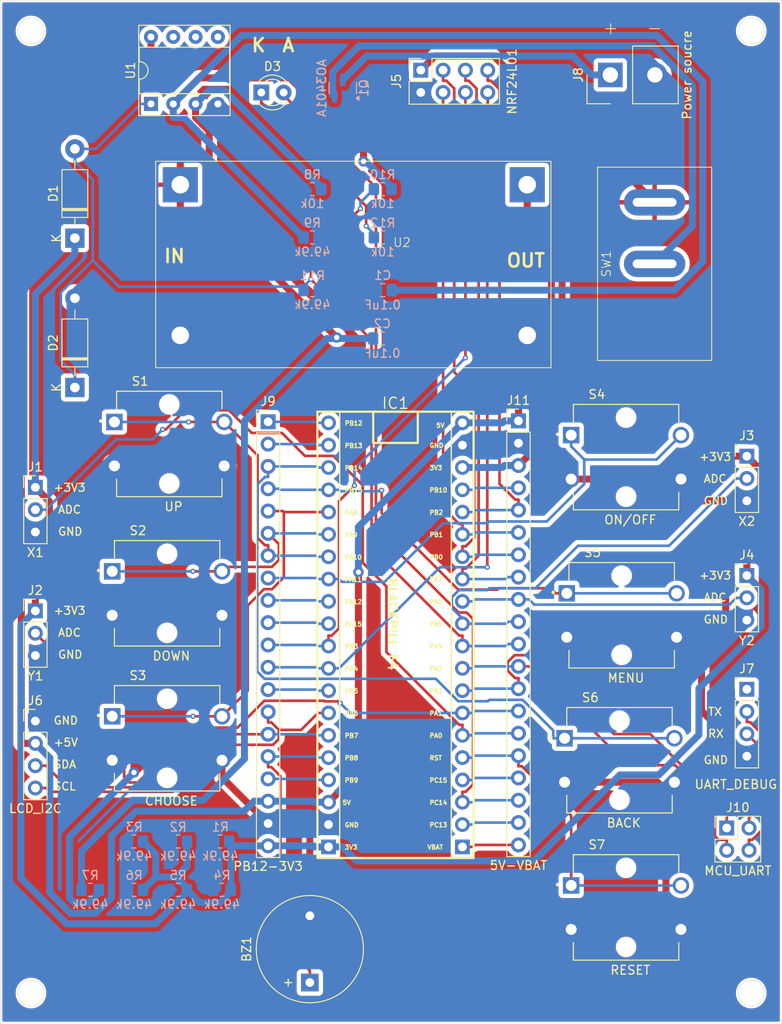
<source format=kicad_pcb>
(kicad_pcb (version 20240108) (generator "pcbnew") (generator_version "8.0")
  (layers (0 "F.Cu" signal) (31 "B.Cu" signal) (34 "B.Paste" user) (35 "F.Paste" user) (36 "B.SilkS" user "B.Silkscreen") (37 "F.SilkS" user "F.Silkscreen") (38 "B.Mask" user) (39 "F.Mask" user) (44 "Edge.Cuts" user))
  (net 0 "")
  (net 1 "Net-(U1A--)")
  (net 2 "GND")
  (net 3 "Net-(U1A-+)")
  (net 4 "/Voltage")
  (net 5 "+3V3")
  (net 6 "/LED")
  (net 7 "Net-(D3-K)")
  (net 8 "/UP")
  (net 9 "/MCU_TX")
  (net 10 "/IRQ")
  (net 11 "Net-(J11-Pin_19)")
  (net 12 "/SCL")
  (net 13 "/Joystick1B")
  (net 14 "/MOSI")
  (net 15 "Net-(J9-Pin_2)")
  (net 16 "Net-(J11-Pin_17)")
  (net 17 "/RESET")
  (net 18 "Net-(J9-Pin_1)")
  (net 19 "/SDA")
  (net 20 "Net-(J9-Pin_10)")
  (net 21 "Net-(J9-Pin_9)")
  (net 22 "/CHOOSE")
  (net 23 "/Joystick2A")
  (net 24 "/MENU")
  (net 25 "Net-(J9-Pin_17)")
  (net 26 "/Joystick2B")
  (net 27 "Net-(J11-Pin_4)")
  (net 28 "/CE")
  (net 29 "/DOWN")
  (net 30 "/Joystick1A")
  (net 31 "Net-(J11-Pin_20)")
  (net 32 "/MCU_RX")
  (net 33 "/SCK")
  (net 34 "/MISO")
  (net 35 "/CS")
  (net 36 "+5V")
  (net 37 "/ON{slash}OFF")
  (net 38 "Net-(J9-Pin_13)")
  (net 39 "/BACK")
  (net 41 "/TX")
  (net 42 "/RX")
  (net 43 "Net-(J8-Pin_1)")
  (net 44 "+12V")
  (net 48 "Net-(Q1-S)")
  (net 49 "/BUZZER")
  (footprint "Diode_THT:D_DO-41_SOD81_P10.16mm_Horizontal" (layer "F.Cu") (at 192.5 117.58 90)
    (property "Reference" "D2")
    (property "Value" "1N4007")
  )
  (footprint "Connector_PinHeader_2.54mm:PinHeader_1x04_P2.54mm_Vertical" (layer "F.Cu") (at 269 151.92)
    (property "Reference" "J7")
    (property "Value" "UART_DEBUG")
  )
  (footprint "B3F-4055:SW_B3F-4055" (layer "F.Cu") (at 254.75 143.5)
    (property "Reference" "S5")
    (property "Value" "MENU")
  )
  (footprint "Connector_PinHeader_2.54mm:PinHeader_1x03_P2.54mm_Vertical" (layer "F.Cu") (at 188 143)
    (property "Reference" "J2")
    (property "Value" "Y1")
  )
  (footprint "EasyEDABlackpill:BLACKPILLF4" (layer "F.Cu") (at 229 147)
    (property "Reference" "IC1")
    (property "Value" "BLACKPILLF4")
  )
  (footprint "B3F-4055:SW_B3F-4055" (layer "F.Cu") (at 255.25 176.75)
    (property "Reference" "S7")
    (property "Value" "RESET")
  )
  (footprint "B3F-4055:SW_B3F-4055" (layer "F.Cu") (at 203 157.5)
    (property "Reference" "S3")
    (property "Value" "CHOOSE")
  )
  (footprint "LED_THT:LED_D3.0mm" (layer "F.Cu") (at 213.725 84)
    (property "Reference" "D3")
    (property "Value" "LED")
  )
  (footprint "Connector_PinHeader_2.54mm:PinHeader_2x02_P2.54mm_Vertical" (layer "F.Cu") (at 266.71 167.71)
    (property "Reference" "J10")
    (property "Value" "MCU_UART")
  )
  (footprint "Connector_Samtec_HPM_THT:Samtec_HPM-02-01-x-S_Straight_1x02_Pitch5.08mm" (layer "F.Cu") (at 253.455 82 90)
    (property "Reference" "J8")
    (property "Value" "Power soucre")
  )
  (footprint "Connector_PinHeader_2.54mm:PinHeader_1x03_P2.54mm_Vertical" (layer "F.Cu") (at 188 128.945)
    (property "Reference" "J1")
    (property "Value" "X1")
  )
  (footprint "lm2596_footprint:LM2596_Module" (layer "F.Cu") (at 223.7 102.825)
    (property "Reference" "U2")
    (property "Value" "~")
  )
  (footprint "Buzzer_Beeper:Buzzer_12x9.5RM7.6" (layer "F.Cu") (at 219.25 185.3 90)
    (property "Reference" "BZ1")
    (property "Value" "Buzzer")
  )
  (footprint "Connector_PinHeader_2.54mm:PinHeader_1x03_P2.54mm_Vertical" (layer "F.Cu") (at 269 125.395)
    (property "Reference" "J3")
    (property "Value" "X2")
  )
  (footprint "Connector_PinHeader_2.54mm:PinHeader_1x03_P2.54mm_Vertical" (layer "F.Cu") (at 269 138.975)
    (property "Reference" "J4")
    (property "Value" "Y2")
  )
  (footprint "Switch_6A:Switch_6A_21x22x15custom" (layer "F.Cu") (at 253.5 103.5 90)
    (property "Reference" "SW1")
    (property "Value" "SW_SPST")
  )
  (footprint "Connector_PinSocket_2.54mm:PinSocket_2x04_P2.54mm_Vertical" (layer "F.Cu") (at 231.88 81.46 90)
    (property "Reference" "J5")
    (property "Value" "NRF24L01")
  )
  (footprint "B3F-4055:SW_B3F-4055" (layer "F.Cu") (at 203 141)
    (property "Reference" "S2")
    (property "Value" "DOWN")
  )
  (footprint "B3F-4055:SW_B3F-4055" (layer "F.Cu") (at 254.5 160)
    (property "Reference" "S6")
    (property "Value" "BACK")
  )
  (footprint "B3F-4055:SW_B3F-4055" (layer "F.Cu") (at 203.25 124)
    (property "Reference" "S1")
    (property "Value" "UP")
  )
  (footprint "B3F-4055:SW_B3F-4055" (layer "F.Cu") (at 255.25 125.5)
    (property "Reference" "S4")
    (property "Value" "ON/OFF")
  )
  (footprint "Connector_PinHeader_2.54mm:PinHeader_1x20_P2.54mm_Vertical" (layer "F.Cu") (at 214.5 121.48)
    (property "Reference" "J9")
    (property "Value" "PB12-3V3")
  )
  (footprint "Connector_PinHeader_2.54mm:PinHeader_1x04_P2.54mm_Vertical" (layer "F.Cu") (at 188 155.54)
    (property "Reference" "J6")
    (property "Value" "LCD_I2C")
  )
  (footprint "Package_DIP:DIP-8_W7.62mm_Socket" (layer "F.Cu") (at 201.16 85.3 90)
    (property "Reference" "U1")
    (property "Value" "LM358")
  )
  (footprint "Diode_THT:D_DO-41_SOD81_P10.16mm_Horizontal" (layer "F.Cu") (at 192.5 100.58 90)
    (property "Reference" "D1")
    (property "Value" "1N4007")
  )
  (footprint "Connector_PinHeader_2.54mm:PinHeader_1x20_P2.54mm_Vertical" (layer "F.Cu") (at 243 121.375)
    (property "Reference" "J11")
    (property "Value" "5V-VBAT")
  )
  (footprint "Package_TO_SOT_SMD:SOT-23" (layer "B.Cu") (at 223 83.5 90)
    (property "Reference" "Q1")
    (property "Value" "AO3401A")
  )
  (footprint "Resistor_SMD:R_0805_2012Metric_Pad1.20x1.40mm_HandSolder" (layer "B.Cu") (at 194.25 174.75 180)
    (property "Reference" "R7")
    (property "Value" "49.9k")
  )
  (footprint "Capacitor_SMD:C_0805_2012Metric_Pad1.18x1.45mm_HandSolder" (layer "B.Cu") (at 227.5 112 180)
    (property "Reference" "C2")
    (property "Value" "0.1uF")
  )
  (footprint "Resistor_SMD:R_0805_2012Metric_Pad1.20x1.40mm_HandSolder" (layer "B.Cu") (at 204.25 174.75 180)
    (property "Reference" "R5")
    (property "Value" "49.9k")
  )
  (footprint "Resistor_SMD:R_0805_2012Metric_Pad1.20x1.40mm_HandSolder" (layer "B.Cu") (at 199.25 169.25 180)
    (property "Reference" "R3")
    (property "Value" "49.9k")
  )
  (footprint "Resistor_SMD:R_0805_2012Metric_Pad1.20x1.40mm_HandSolder" (layer "B.Cu") (at 219.5375 106.5 180)
    (property "Reference" "R11")
    (property "Value" "49.9k")
  )
  (footprint "Capacitor_SMD:C_0805_2012Metric_Pad1.18x1.45mm_HandSolder" (layer "B.Cu") (at 227.5375 106.5 180)
    (property "Reference" "C1")
    (property "Value" "0.1uF")
  )
  (footprint "Resistor_SMD:R_0805_2012Metric_Pad1.20x1.40mm_HandSolder" (layer "B.Cu") (at 204.25 169.25 180)
    (property "Reference" "R2")
    (property "Value" "49.9k")
  )
  (footprint "Resistor_SMD:R_0805_2012Metric_Pad1.20x1.40mm_HandSolder" (layer "B.Cu") (at 219.5375 95 180)
    (property "Reference" "R8")
    (property "Value" "10k")
  )
  (footprint "Resistor_SMD:R_0805_2012Metric_Pad1.20x1.40mm_HandSolder" (layer "B.Cu") (at 199.25 174.75 180)
    (property "Reference" "R6")
    (property "Value" "49.9k")
  )
  (footprint "Resistor_SMD:R_0805_2012Metric_Pad1.20x1.40mm_HandSolder" (layer "B.Cu") (at 227.5375 100.5 180)
    (property "Reference" "R12")
    (property "Value" "10k")
  )
  (footprint "Resistor_SMD:R_0805_2012Metric_Pad1.20x1.40mm_HandSolder" (layer "B.Cu") (at 209.25 174.75 180)
    (property "Reference" "R4")
    (property "Value" "49.9k")
  )
  (footprint "Resistor_SMD:R_0805_2012Metric_Pad1.20x1.40mm_HandSolder" (layer "B.Cu") (at 227.5375 95 180)
    (property "Reference" "R10")
    (property "Value" "10k")
  )
  (footprint "Resistor_SMD:R_0805_2012Metric_Pad1.20x1.40mm_HandSolder" (layer "B.Cu") (at 209.058 169.25 180)
    (property "Reference" "R1")
    (property "Value" "49.9k")
  )
  (footprint "Resistor_SMD:R_0805_2012Metric_Pad1.20x1.40mm_HandSolder" (layer "B.Cu") (at 219.5375 100.5 180)
    (property "Reference" "R9")
    (property "Value" "49.9k")
  )
  (gr_circle (center 269.5 77) (end 271 77) (stroke (width 0.05)) (fill none) (layer "Edge.Cuts"))
  (gr_rect (start 184 73.5) (end 273 190) (stroke (width 0.05)) (fill none) (layer "Edge.Cuts"))
  (gr_circle (center 187.5 77) (end 189 77) (stroke (width 0.05)) (fill none) (layer "Edge.Cuts"))
  (gr_circle (center 269.5 186.5) (end 271 186.5) (stroke (width 0.05)) (fill none) (layer "Edge.Cuts"))
  (gr_circle (center 187.5 186.5) (end 189 186.5) (stroke (width 0.05)) (fill none) (layer "Edge.Cuts"))
  (gr_text "ADC" (at 190.5 132 0) (layer "F.SilkS") (effects (font (size 0.9 0.9) (thickness 0.15) (bold yes)) (justify left bottom)))
  (gr_text "-" (at 257.5 77.5 0) (layer "F.SilkS") (effects (font (size 1.5 1.5) (thickness 0.1)) (justify left bottom)))
  (gr_text "A" (at 215.96 79.5 0) (layer "F.SilkS") (effects (font (size 1.5 1.5) (thickness 0.3) (bold yes)) (justify left bottom)))
  (gr_text "IN" (at 202.5 103.5 0) (layer "F.SilkS") (effects (font (size 1.5 1.5) (thickness 0.3) (bold yes)) (justify left bottom)))
  (gr_text "K" (at 212.46 79.5 0) (layer "F.SilkS") (effects (font (size 1.5 1.5) (thickness 0.3) (bold yes)) (justify left bottom)))
  (gr_text "TX" (at 264.5 155 0) (layer "F.SilkS") (effects (font (size 0.9 0.9) (thickness 0.15) (bold yes)) (justify left bottom)))
  (gr_text "GND" (at 190 156 0) (layer "F.SilkS") (effects (font (size 0.9 0.9) (thickness 0.15) (bold yes)) (justify left bottom)))
  (gr_text "+3V3" (at 263.5 126 0) (layer "F.SilkS") (effects (font (size 0.9 0.9) (thickness 0.15) (bold yes)) (justify left bottom)))
  (gr_text "+3V3" (at 190 143.5 0) (layer "F.SilkS") (effects (font (size 0.9 0.9) (thickness 0.15) (bold yes)) (justify left bottom)))
  (gr_text "SDA" (at 190 161 0) (layer "F.SilkS") (effects (font (size 0.9 0.9) (thickness 0.15) (bold yes)) (justify left bottom)))
  (gr_text "ADC" (at 264 142 0) (layer "F.SilkS") (effects (font (size 0.9 0.9) (thickness 0.15) (bold yes)) (justify left bottom)))
  (gr_text "RX" (at 264.5 157.5 0) (layer "F.SilkS") (effects (font (size 0.9 0.9) (thickness 0.15) (bold yes)) (justify left bottom)))
  (gr_text "GND" (at 190.5 148.5 0) (layer "F.SilkS") (effects (font (size 0.9 0.9) (thickness 0.15) (bold yes)) (justify left bottom)))
  (gr_text "+5V" (at 190 158.5 0) (layer "F.SilkS") (effects (font (size 0.9 0.9) (thickness 0.15) (bold yes)) (justify left bottom)))
  (gr_text "+3V3" (at 190 129.5 0) (layer "F.SilkS") (effects (font (size 0.9 0.9) (thickness 0.15) (bold yes)) (justify left bottom)))
  (gr_text "ADC" (at 190.5 146 0) (layer "F.SilkS") (effects (font (size 0.9 0.9) (thickness 0.15) (bold yes)) (justify left bottom)))
  (gr_text "SCL" (at 190 163.5 0) (layer "F.SilkS") (effects (font (size 0.9 0.9) (thickness 0.15) (bold yes)) (justify left bottom)))
  (gr_text "ADC" (at 264 128.5 0) (layer "F.SilkS") (effects (font (size 0.9 0.9) (thickness 0.15) (bold yes)) (justify left bottom)))
  (gr_text "+3V3" (at 263.5 139.5 0) (layer "F.SilkS") (effects (font (size 0.9 0.9) (thickness 0.15) (bold yes)) (justify left bottom)))
  (gr_text "GND" (at 264 131 0) (layer "F.SilkS") (effects (font (size 0.9 0.9) (thickness 0.15) (bold yes)) (justify left bottom)))
  (gr_text "GND" (at 264 160.5 0) (layer "F.SilkS") (effects (font (size 0.9 0.9) (thickness 0.15) (bold yes)) (justify left bottom)))
  (gr_text "GND" (at 264 144.5 0) (layer "F.SilkS") (effects (font (size 0.9 0.9) (thickness 0.15) (bold yes)) (justify left bottom)))
  (gr_text "GND" (at 190.5 134.5 0) (layer "F.SilkS") (effects (font (size 0.9 0.9) (thickness 0.15) (bold yes)) (justify left bottom)))
  (gr_text "OUT" (at 241.5 104 0) (layer "F.SilkS") (effects (font (size 1.5 1.5) (thickness 0.3) (bold yes)) (justify left bottom)))
  (gr_text "+" (at 252.5 77.5 0) (layer "F.SilkS") (effects (font (size 1.5 1.5) (thickness 0.1)) (justify left bottom)))
  (segment (start 203.7 85.3) (end 206.6605 82.3395) (width 0.8) (layer "F.Cu") (net 1))
  (segment (start 216.9614 82.3395) (end 225.3601 90.7382) (width 0.8) (layer "F.Cu") (net 1))
  (segment (start 225.3601 90.7382) (end 225.3601 91.8477) (width 0.8) (layer "F.Cu") (net 1))
  (segment (start 206.6605 82.3395) (end 216.9614 82.3395) (width 0.8) (layer "F.Cu") (net 1))
  (via (at 225.3601 91.8477) (size 1.2) (drill 0.6) (layers "F.Cu" "B.Cu") (net 1))
  (segment (start 204.8892 86.8517) (end 218.5375 100.5) (width 0.8) (layer "B.Cu") (net 1))
  (segment (start 203.7 86.8517) (end 204.8892 86.8517) (width 0.8) (layer "B.Cu") (net 1))
  (segment (start 260.7242 106.5) (end 263.9945 103.2297) (width 0.8) (layer "B.Cu") (net 1))
  (segment (start 225.6312 91.8477) (end 228.5375 94.754) (width 0.8) (layer "B.Cu") (net 1))
  (segment (start 228.575 106.5) (end 260.7242 106.5) (width 0.8) (layer "B.Cu") (net 1))
  (segment (start 211.4801 77.5199) (end 203.7 85.3) (width 0.8) (layer "B.Cu") (net 1))
  (segment (start 263.9945 103.2297) (end 263.9945 82.7655) (width 0.8) (layer "B.Cu") (net 1))
  (segment (start 258.7489 77.5199) (end 211.4801 77.5199) (width 0.8) (layer "B.Cu") (net 1))
  (segment (start 203.7 85.3) (end 203.7 86.8517) (width 0.8) (layer "B.Cu") (net 1))
  (segment (start 263.9945 82.7655) (end 258.7489 77.5199) (width 0.8) (layer "B.Cu") (net 1))
  (segment (start 228.5375 94.754) (end 228.5375 95) (width 0.8) (layer "B.Cu") (net 1))
  (segment (start 225.3601 91.8477) (end 225.6312 91.8477) (width 0.8) (layer "B.Cu") (net 1))
  (segment (start 259.7891 177.5391) (end 250.7109 177.5391) (width 0.8) (layer "F.Cu") (net 2))
  (segment (start 269 130.475) (end 266.5922 130.475) (width 0.8) (layer "F.Cu") (net 2))
  (segment (start 250.7109 177.5391) (end 249 179.25) (width 0.8) (layer "F.Cu") (net 2))
  (segment (start 219.25 177.7) (end 219.25 167.8603) (width 0.8) (layer "F.Cu") (net 2))
  (segment (start 266.5922 143.2488) (end 263.841 146) (width 0.8) (layer "F.Cu") (net 2))
  (segment (start 249 128) (end 261.5 128) (width 0.8) (layer "F.Cu") (net 2))
  (segment (start 269 144.055) (end 267.3983 144.055) (width 0.8) (layer "F.Cu") (net 2))
  (segment (start 263.841 146) (end 261 146) (width 0.8) (layer "F.Cu") (net 2))
  (segment (start 263.975 130.475) (end 261.5 128) (width 0.8) (layer "F.Cu") (net 2))
  (segment (start 209.25 161.95) (end 214.5 167.2) (width 0.8) (layer "F.Cu") (net 2))
  (segment (start 259.7891 177.5391) (end 261.5 179.25) (width 0.8) (layer "F.Cu") (net 2))
  (segment (start 266.5922 130.475) (end 263.975 130.475) (width 0.8) (layer "F.Cu") (net 2))
  (segment (start 209.25 160) (end 209.25 161.95) (width 0.8) (layer "F.Cu") (net 2))
  (segment (start 269 159.54) (end 263.841 154.381) (width 0.8) (layer "F.Cu") (net 2))
  (segment (start 221.38 167.32) (end 219.7903 167.32) (width 0.8) (layer "F.Cu") (net 2))
  (segment (start 266.5922 143.2488) (end 267.3983 144.055) (width 0.8) (layer "F.Cu") (net 2))
  (segment (start 259.7891 163.4609) (end 259.7891 177.5391) (width 0.8) (layer "F.Cu") (net 2))
  (segment (start 260.75 162.5) (end 259.7891 163.4609) (width 0.8) (layer "F.Cu") (net 2))
  (segment (start 258.8282 162.5) (end 248.25 162.5) (width 0.8) (layer "F.Cu") (net 2))
  (segment (start 266.5922 130.475) (end 266.5922 143.2488) (width 0.8) (layer "F.Cu") (net 2))
  (segment (start 263.841 154.381) (end 263.841 146) (width 0.8) (layer "F.Cu") (net 2))
  (segment (start 259.7891 163.4609) (end 258.8282 162.5) (width 0.8) (layer "F.Cu") (net 2))
  (segment (start 219.25 167.8603) (end 219.7903 167.32) (width 0.8) (layer "F.Cu") (net 2))
  (segment (start 201.7799 176.2201) (end 203.25 174.75) (width 0.8) (layer "B.Cu") (net 2))
  (segment (start 209.8194 167.2) (end 214.5 167.2) (width 0.8) (layer "B.Cu") (net 2))
  (segment (start 203.25 168.9813) (end 203.25 169.25) (width 0.8) (layer "B.Cu") (net 2))
  (segment (start 207 126.5) (end 209.5 126.5) (width 0.8) (layer "B.Cu") (net 2))
  (segment (start 198.25 169.25) (end 198.25 174.75) (width 0.8) (layer "B.Cu") (net 2))
  (segment (start 199.459 167.7924) (end 202.0611 167.7924) (width 0.8) (layer "B.Cu") (net 2))
  (segment (start 236.845 123.915) (end 236.62 124.14) (width 0.8) (layer "B.Cu") (net 2))
  (segment (start 198.25 169.0014) (end 199.459 167.7924) (width 0.8) (layer "B.Cu") (net 2))
  (segment (start 244.6 122.975) (end 243.66 123.915) (width 0.8) (layer "B.Cu") (net 2))
  (segment (start 208.058 174.558) (end 208.058 169.25) (width 0.8) (layer "B.Cu") (net 2))
  (segment (start 226.5 106.5) (end 226.5 109.5) (width 0.8) (layer "B.Cu") (net 2))
  (segment (start 207 143.5) (end 207 160) (width 0.8) (layer "B.Cu") (net 2))
  (segment (start 228.892 111.645) (end 243.997 111.645) (width 0.8) (layer "B.Cu") (net 2))
  (segment (start 260.75 162.5) (end 264.4383 162.5) (width 0.8) (layer "B.Cu") (net 2))
  (segment (start 231.88 84) (end 231.88 89.5) (width 0.8) (layer "B.Cu") (net 2))
  (segment (start 219.6703 167.2) (end 219.7903 167.32) (width 0.8) (layer "B.Cu") (net 2))
  (segment (start 222.1684 98.8694) (end 218.538 95.239) (width 0.8) (layer "B.Cu") (net 2))
  (segment (start 196.75 160) (end 194 157.25) (width 0.8) (layer "B.Cu") (net 2))
  (segment (start 209.25 143.5) (end 207 143.5) (width 0.8) (layer "B.Cu") (net 2))
  (segment (start 198.25 174.75) (end 198.25 174.9761) (width 0.8) (layer "B.Cu") (net 2))
  (segment (start 228.538 111.769) (end 228.5375 111.7695) (width 0.8) (layer "B.Cu") (net 2))
  (segment (start 207 143.5) (end 207 126.5) (width 0.8) (layer "B.Cu") (net 2))
  (segment (start 208.25 174.75) (end 208.058 174.558) (width 0.8) (layer "B.Cu") (net 2))
  (segment (start 218.5375 95) (end 218.538 95) (width 0.8) (layer "B.Cu") (net 2))
  (segment (start 209.25 160) (end 207 160) (width 0.8) (layer "B.Cu") (net 2))
  (segment (start 206.5 126) (end 207 126.5) (width 0.8) (layer "B.Cu") (net 2))
  (segment (start 208.058 168.9614) (end 206.8907 167.7941) (width 0.8) (layer "B.Cu") (net 2))
  (segment (start 269 159.54) (end 267.3983 159.54) (width 0.8) (layer "B.Cu") (net 2))
  (segment (start 226.5 109.5) (end 228.538 111.538) (width 0.8) (layer "B.Cu") (net 2))
  (segment (start 189.475 134.025) (end 188 134.025) (width 0.8) (layer "B.Cu") (net 2))
  (segment (start 228.5375 111.7695) (end 228.5375 112) (width 0.8) (layer "B.Cu") (net 2))
  (segment (start 220.538 100.5) (end 220.538 106.5) (width 0.8) (layer "B.Cu") (net 2))
  (segment (start 243 123.915) (end 244.915 123.915) (width 0.8) (layer "B.Cu") (net 2))
  (segment (start 194 156.5) (end 193.04 155.54) (width 0.8) (layer "B.Cu") (net 2))
  (segment (start 196.75 143.5) (end 196.75 145.75) (width 0.8) (layer "B.Cu") (net 2))
  (segment (start 218.538 95.239) (end 218.538 95) (width 0.8) (layer "B.Cu") (net 2))
  (segment (start 198.25 169.25) (end 198.25 169.0014) (width 0.8) (layer "B.Cu") (net 2))
  (segment (start 214.5 167.2) (end 219.6703 167.2) (width 0.8) (layer "B.Cu") (net 2))
  (segment (start 218.48 95) (end 218.5375 95) (width 0.8) (layer "B.Cu") (net 2))
  (segment (start 202.0611 167.7924) (end 203.25 168.9813) (width 0.8) (layer "B.Cu") (net 2))
  (segment (start 258.535 82) (end 251.035 89.5) (width 0.8) (layer "B.Cu") (net 2))
  (segment (start 228.538 112) (end 228.892 111.645) (width 0.8) (layer "B.Cu") (net 2))
  (segment (start 221.38 167.32) (end 219.7903 167.32) (width 0.8) (layer "B.Cu") (net 2))
  (segment (start 228.5375 100.5) (end 228.538 100.5) (width 0.8) (layer "B.Cu") (net 2))
  (segment (start 244.6 112.248) (end 244.6 122.975) (width 0.8) (layer "B.Cu") (net 2))
  (segment (start 261 146) (end 248.5 146) (width 0.8) (layer "B.Cu") (net 2))
  (segment (start 228.538 100.5) (end 228.538 101.2) (width 0.8) (layer "B.Cu") (net 2))
  (segment (start 192.5 107.42) (end 197.5233 107.42) (width 0.8) (layer "B.Cu") (net 2))
  (segment (start 196.75 143.5) (end 207 143.5) (width 0.8) (layer "B.Cu") (net 2))
  (segment (start 228.538 111.538) (end 228.538 111.769) (width 0.8) (layer "B.Cu") (net 2))
  (segment (start 197.5233 107.42) (end 201.7483 111.645) (width 0.8) (layer "B.Cu") (net 2))
  (segment (start 223.95 84.4375) (end 223.95 97.0875) (width 0.8) (layer "B.Cu") (net 2))
  (segment (start 228.538 111.769) (end 228.538 112) (width 0.8) (layer "B.Cu") (net 2))
  (segment (start 264.4383 162.5) (end 267.3983 159.54) (width 0.8) (layer "B.Cu") (net 2))
  (segment (start 251.035 89.5) (end 231.88 89.5) (width 0.8) (layer "B.Cu") (net 2))
  (segment (start 194 157.25) (end 194 156.5) (width 0.8) (layer "B.Cu") (net 2))
  (segment (start 243.997 111.645) (end 244.6 112.248) (width 0.8) (layer "B.Cu") (net 2))
  (segment (start 204.5 111.645) (end 216.092 111.645) (width 0.8) (layer "B.Cu") (net 2))
  (segment (start 220.538 107.2) (end 220.538 106.5) (width 0.8) (layer "B.Cu") (net 2))
  (segment (start 208.78 85.3) (end 218.48 95) (width 0.8) (layer "B.Cu") (net 2))
  (segment (start 198.25 174.9761) (end 199.494 176.2201) (width 0.8) (layer "B.Cu") (net 2))
  (segment (start 206.8907 167.7941) (end 204.4372 167.7941) (width 0.8) (layer "B.Cu") (net 2))
  (segment (start 194.42 148.08) (end 188 148.08) (width 0.8) (layer "B.Cu") (net 2))
  (segment (start 208.058 168.9614) (end 209.8194 167.2) (width 0.8) (layer "B.Cu") (net 2))
  (segment (start 193.04 155.54) (end 188 155.54) (width 0.8) (layer "B.Cu") (net 2))
  (segment (start 204.5 111.645) (end 206.5 113.645) (width 0.8) (layer "B.Cu") (net 2))
  (segment (start 226.5 106.5) (end 220.538 106.5) (width 0.8) (layer "B.Cu") (net 2))
  (segment (start 222.1684 98.8694) (end 220.538 100.5) (width 0.8) (layer "B.Cu") (net 2))
  (segment (start 244.915 123.915) (end 249 128) (width 0.8) (layer "B.Cu") (net 2))
  (segment (start 228.538 101.2) (end 226.5 103.238) (width 0.8) (layer "B.Cu") (net 2))
  (segment (start 207 160) (end 196.75 160) (width 0.8) (layer "B.Cu") (net 2))
  (segment (start 196.75 145.75) (end 194.42 148.08) (width 0.8) (layer "B.Cu") (net 2))
  (segment (start 206.5 113.645) (end 206.5 126) (width 0.8) (layer "B.Cu") (net 2))
  (segment (start 231.88 97.1575) (end 228.538 100.5) (width 0.8) (layer "B.Cu") (net 2))
  (segment (start 231.88 89.5) (end 231.88 97.1575) (width 0.8) (layer "B.Cu") (net 2))
  (segment (start 220.5375 106.5) (end 220.538 106.5) (width 0.8) (layer "B.Cu") (net 2))
  (segment (start 204.5 111.645) (end 201.7483 111.645) (width 0.8) (layer "B.Cu") (net 2))
  (segment (start 220.5375 100.5) (end 220.538 100.5) (width 0.8) (layer "B.Cu") (net 2))
  (segment (start 243.66 123.915) (end 243 123.915) (width 0.8) (layer "B.Cu") (net 2))
  (segment (start 243 123.915) (end 236.845 123.915) (width 0.8) (layer "B.Cu") (net 2))
  (segment (start 197 126.5) (end 189.475 134.025) (width 0.8) (layer "B.Cu") (net 2))
  (segment (start 199.494 176.2201) (end 201.7799 176.2201) (width 0.8) (layer "B.Cu") (net 2))
  (segment (start 204.4372 167.7941) (end 203.25 168.9813) (width 0.8) (layer "B.Cu") (net 2))
  (segment (start 223.95 97.0875) (end 222.1684 98.8694) (width 0.8) (layer "B.Cu") (net 2))
  (segment (start 226.5 103.238) (end 226.5 106.5) (width 0.8) (layer "B.Cu") (net 2))
  (segment (start 197 126.5) (end 207 126.5) (width 0.8) (layer "B.Cu") (net 2))
  (segment (start 208.058 169.25) (end 208.058 168.9614) (width 0.8) (layer "B.Cu") (net 2))
  (segment (start 216.092 111.645) (end 220.538 107.2) (width 0.8) (layer "B.Cu") (net 2))
  (segment (start 207.7917 97.3713) (end 222.3059 111.8855) (width 0.8) (layer "F.Cu") (net 3))
  (segment (start 207.7917 88.4034) (end 207.7917 97.3713) (width 0.8) (layer "F.Cu") (net 3))
  (segment (start 206.24 85.3) (end 206.24 86.8517) (width 0.8) (layer "F.Cu") (net 3))
  (segment (start 206.24 86.8517) (end 207.7917 88.4034) (width 0.8) (layer "F.Cu") (net 3))
  (via (at 222.3059 111.8855) (size 1.2) (drill 0.6) (layers "F.Cu" "B.Cu") (net 3))
  (segment (start 211.8046 159.8415) (end 207.0931 164.553) (width 0.8) (layer "B.Cu") (net 3))
  (segment (start 207.8405 83.6995) (end 206.24 85.3) (width 0.8) (layer "B.Cu") (net 3))
  (segment (start 209.4608 83.6995) (end 207.8405 83.6995) (width 0.8) (layer "B.Cu") (net 3))
  (segment (start 221.21 112) (end 211.8046 121.4054) (width 0.8) (layer "B.Cu") (net 3))
  (segment (start 222.3059 112) (end 221.21 112) (width 0.8) (layer "B.Cu") (net 3))
  (segment (start 211.8046 121.4054) (end 211.8046 159.8415) (width 0.8) (layer "B.Cu") (net 3))
  (segment (start 207.0931 164.553) (end 199.0515 164.553) (width 0.8) (layer "B.Cu") (net 3))
  (segment (start 193.25 170.3545) (end 193.25 174.75) (width 0.8) (layer "B.Cu") (net 3))
  (segment (start 226.4625 112) (end 222.3059 112) (width 0.8) (layer "B.Cu") (net 3))
  (segment (start 220.5375 94.7762) (end 209.4608 83.6995) (width 0.8) (layer "B.Cu") (net 3))
  (segment (start 199.0515 164.553) (end 193.25 170.3545) (width 0.8) (layer "B.Cu") (net 3))
  (segment (start 222.3059 111.8855) (end 222.3059 112) (width 0.8) (layer "B.Cu") (net 3))
  (segment (start 220.5375 95) (end 220.5375 94.7762) (width 0.8) (layer "B.Cu") (net 3))
  (segment (start 236.62 147) (end 236.62 145.8103) (width 0.3) (layer "F.Cu") (net 4))
  (segment (start 219.3636 102.8677) (end 219.3636 105.2626) (width 0.3) (layer "F.Cu") (net 4))
  (segment (start 225.0107 97.2206) (end 219.3636 102.8677) (width 0.3) (layer "F.Cu") (net 4))
  (segment (start 236.2502 145.8103) (end 226.2742 135.8343) (width 0.3) (layer "F.Cu") (net 4))
  (segment (start 226.2742 135.8343) (end 226.2742 112.1732) (width 0.3) (layer "F.Cu") (net 4))
  (segment (start 236.62 145.8103) (end 236.2502 145.8103) (width 0.3) (layer "F.Cu") (net 4))
  (segment (start 226.2742 112.1732) (end 219.3636 105.2626) (width 0.3) (layer "F.Cu") (net 4))
  (via (at 219.3636 105.2626) (size 0.6) (drill 0.3) (layers "F.Cu" "B.Cu") (net 4))
  (via (at 225.0107 97.2206) (size 0.6) (drill 0.3) (layers "F.Cu" "B.Cu") (net 4))
  (segment (start 225.0107 96.5268) (end 225.0107 97.2206) (width 0.3) (layer "B.Cu") (net 4))
  (segment (start 190.8982 114.5265) (end 192.5 116.1283) (width 0.3) (layer "B.Cu") (net 4))
  (segment (start 218.5375 106.5) (end 218.5375 106.0887) (width 0.3) (layer "B.Cu") (net 4))
  (segment (start 226.5375 95) (end 225.0107 96.5268) (width 0.3) (layer "B.Cu") (net 4))
  (segment (start 192.5 91.8717) (end 194.5386 93.9103) (width 0.3) (layer "B.Cu") (net 4))
  (segment (start 218.5375 106.0887) (end 197.5159 106.0887) (width 0.3) (layer "B.Cu") (net 4))
  (segment (start 194.8883 90.42) (end 192.5 90.42) (width 0.3) (layer "B.Cu") (net 4))
  (segment (start 190.8982 106.7518) (end 190.8982 114.5265) (width 0.3) (layer "B.Cu") (net 4))
  (segment (start 201.16 85.3) (end 200.0083 85.3) (width 0.3) (layer "B.Cu") (net 4))
  (segment (start 243 146.775) (end 241.7983 146.775) (width 0.3) (layer "B.Cu") (net 4))
  (segment (start 218.5375 106.0887) (end 219.3636 105.2626) (width 0.3) (layer "B.Cu") (net 4))
  (segment (start 194.5386 93.9103) (end 194.5386 103.1114) (width 0.3) (layer "B.Cu") (net 4))
  (segment (start 194.5386 103.1114) (end 190.8982 106.7518) (width 0.3) (layer "B.Cu") (net 4))
  (segment (start 241.5733 147) (end 241.7983 146.775) (width 0.3) (layer "B.Cu") (net 4))
  (segment (start 192.5 90.42) (end 192.5 91.8717) (width 0.3) (layer "B.Cu") (net 4))
  (segment (start 197.5159 106.0887) (end 194.5386 103.1114) (width 0.3) (layer "B.Cu") (net 4))
  (segment (start 192.5 117.58) (end 192.5 116.1283) (width 0.3) (layer "B.Cu") (net 4))
  (segment (start 236.62 147) (end 241.5733 147) (width 0.3) (layer "B.Cu") (net 4))
  (segment (start 200.0083 85.3) (end 194.8883 90.42) (width 0.3) (layer "B.Cu") (net 4))
  (segment (start 240.1737 79.8354) (end 233.5046 79.8354) (width 0.8) (layer "F.Cu") (net 5))
  (segment (start 247.9655 87.6272) (end 240.1737 79.8354) (width 0.8) (layer "F.Cu") (net 5))
  (segment (start 243 126.455) (end 246.4618 122.9932) (width 0.8) (layer "F.Cu") (net 5))
  (segment (start 188 143) (end 188 141.3983) (width 0.8) (layer "F.Cu") (net 5))
  (segment (start 189.6017 139.7966) (end 189.6017 130.5467) (width 0.8) (layer "F.Cu") (net 5))
  (segment (start 261.0115 119.0082) (end 267.3983 125.395) (width 0.8) (layer "F.Cu") (net 5))
  (segment (start 233.5046 79.8354) (end 231.88 81.46) (width 0.8) (layer "F.Cu") (net 5))
  (segment (start 246.4618 122.9932) (end 246.4618 120.5119) (width 0.8) (layer "F.Cu") (net 5))
  (segment (start 269 125.395) (end 270.6017 126.9967) (width 0.8) (layer "F.Cu") (net 5))
  (segment (start 188 141.3983) (end 189.6017 139.7966) (width 0.8) (layer "F.Cu") (net 5))
  (segment (start 269 138.975) (end 269 137.3733) (width 0.8) (layer "F.Cu") (net 5))
  (segment (start 270.6017 126.9967) (end 270.6017 135.7716) (width 0.8) (layer "F.Cu") (net 5))
  (segment (start 269 125.395) (end 267.3983 125.395) (width 0.8) (layer "F.Cu") (net 5))
  (segment (start 270.6017 135.7716) (end 269 137.3733) (width 0.8) (layer "F.Cu") (net 5))
  (segment (start 189.6017 130.5467) (end 188 128.945) (width 0.8) (layer "F.Cu") (net 5))
  (segment (start 247.9655 119.0082) (end 247.9655 87.6272) (width 0.8) (layer "F.Cu") (net 5))
  (segment (start 246.4618 120.5119) (end 247.9655 119.0082) (width 0.8) (layer "F.Cu") (net 5))
  (segment (start 247.9655 119.0082) (end 261.0115 119.0082) (width 0.8) (layer "F.Cu") (net 5))
  (segment (start 205.25 174.5092) (end 204.0299 173.2891) (width 0.8) (layer "B.Cu") (net 5))
  (segment (start 206.7027 176.2027) (end 205.3862 174.8862) (width 0.8) (layer "B.Cu") (net 5))
  (segment (start 270.6033 140.5783) (end 270.6033 144.7713) (width 0.8) (layer "B.Cu") (net 5))
  (segment (start 192.5 100.58) (end 192.5 102.4317) (width 0.8) (layer "B.Cu") (net 5))
  (segment (start 221.38 169.86) (end 222.9697 169.86) (width 0.8) (layer "B.Cu") (net 5))
  (segment (start 204.0299 173.2891) (end 201.7109 173.2891) (width 0.8) (layer "B.Cu") (net 5))
  (segment (start 210.25 169.74) (end 210.25 169.442) (width 0.8) (layer "B.Cu") (net 5))
  (segment (start 224.5594 171.4497) (end 222.9697 169.86) (width 0.8) (layer "B.Cu") (net 5))
  (segment (start 241.1733 126.68) (end 241.3983 126.455) (width 0.8) (layer "B.Cu") (net 5))
  (segment (start 263.5495 151.8251) (end 263.5495 157.0942) (width 0.8) (layer "B.Cu") (net 5))
  (segment (start 201.6599 178.6125) (end 205.3862 174.8862) (width 0.8) (layer "B.Cu") (net 5))
  (segment (start 210.25 174.75) (end 210.25 174.9693) (width 0.8) (layer "B.Cu") (net 5))
  (segment (start 201.7109 173.2891) (end 200.25 174.75) (width 0.8) (layer "B.Cu") (net 5))
  (segment (start 205.25 174.75) (end 205.25 174.5092) (width 0.8) (layer "B.Cu") (net 5))
  (segment (start 254.5402 161.6719) (end 244.7624 171.4497) (width 0.8) (layer "B.Cu") (net 5))
  (segment (start 205.25 169.25) (end 205.25 172.069) (width 0.8) (layer "B.Cu") (net 5))
  (segment (start 210.25 169.74) (end 212.8983 169.74) (width 0.8) (layer "B.Cu") (net 5))
  (segment (start 188 143) (end 186.3525 144.6475) (width 0.8) (layer "B.Cu") (net 5))
  (segment (start 210.25 174.9693) (end 209.0166 176.2027) (width 0.8) (layer "B.Cu") (net 5))
  (segment (start 214.5 169.74) (end 219.6703 169.74) (width 0.8) (layer "B.Cu") (net 5))
  (segment (start 269 138.975) (end 270.6033 140.5783) (width 0.8) (layer "B.Cu") (net 5))
  (segment (start 210.25 169.442) (end 210.058 169.25) (width 0.8) (layer "B.Cu") (net 5))
  (segment (start 236.62 126.68) (end 241.1733 126.68) (width 0.8) (layer "B.Cu") (net 5))
  (segment (start 205.3862 174.8862) (end 205.25 174.75) (width 0.8) (layer "B.Cu") (net 5))
  (segment (start 214.5 169.74) (end 212.8983 169.74) (width 0.8) (layer "B.Cu") (net 5))
  (segment (start 191.5597 178.6125) (end 201.6599 178.6125) (width 0.8) (layer "B.Cu") (net 5))
  (segment (start 205.25 172.069) (end 204.0299 173.2891) (width 0.8) (layer "B.Cu") (net 5))
  (segment (start 192.5 102.4317) (end 188 106.9317) (width 0.8) (layer "B.Cu") (net 5))
  (segment (start 186.3525 173.4053) (end 191.5597 178.6125) (width 0.8) (layer "B.Cu") (net 5))
  (segment (start 186.3525 144.6475) (end 186.3525 173.4053) (width 0.8) (layer "B.Cu") (net 5))
  (segment (start 210.25 169.74) (end 210.25 174.75) (width 0.8) (layer "B.Cu") (net 5))
  (segment (start 200.25 169.25) (end 201.7109 170.7109) (width 0.8) (layer "B.Cu") (net 5))
  (segment (start 188 106.9317) (end 188 128.945) (width 0.8) (layer "B.Cu") (net 5))
  (segment (start 221.38 169.86) (end 219.7903 169.86) (width 0.8) (layer "B.Cu") (net 5))
  (segment (start 201.7109 170.7109) (end 201.7109 173.2891) (width 0.8) (layer "B.Cu") (net 5))
  (segment (start 243 126.455) (end 241.3983 126.455) (width 0.8) (layer "B.Cu") (net 5))
  (segment (start 258.9718 161.6719) (end 254.5402 161.6719) (width 0.8) (layer "B.Cu") (net 5))
  (segment (start 263.5495 157.0942) (end 258.9718 161.6719) (width 0.8) (layer "B.Cu") (net 5))
  (segment (start 244.7624 171.4497) (end 224.5594 171.4497) (width 0.8) (layer "B.Cu") (net 5))
  (segment (start 219.6703 169.74) (end 219.7903 169.86) (width 0.8) (layer "B.Cu") (net 5))
  (segment (start 270.6033 144.7713) (end 263.5495 151.8251) (width 0.8) (layer "B.Cu") (net 5))
  (segment (start 209.0166 176.2027) (end 206.7027 176.2027) (width 0.8) (layer "B.Cu") (net 5))
  (segment (start 226.7758 94.8213) (end 216.265 84.3105) (width 0.3) (layer "F.Cu") (net 6))
  (segment (start 236.62 163.5903) (end 236.9918 163.5903) (width 0.3) (layer "F.Cu") (net 6))
  (segment (start 237.8324 143.9244) (end 237.098 143.19) (width 0.3) (layer "F.Cu") (net 6))
  (segment (start 236.181 143.19) (end 226.7759 133.7849) (width 0.3) (layer "F.Cu") (net 6))
  (segment (start 216.265 84.3105) (end 216.265 84) (width 0.3) (layer "F.Cu") (net 6))
  (segment (start 226.7759 94.8213) (end 226.7758 94.8213) (width 0.3) (layer "F.Cu") (net 6))
  (segment (start 236.9918 163.5903) (end 237.8324 162.7497) (width 0.3) (layer "F.Cu") (net 6))
  (segment (start 226.7759 133.7849) (end 226.7759 94.8213) (width 0.3) (layer "F.Cu") (net 6))
  (segment (start 236.62 164.78) (end 236.62 163.5903) (width 0.3) (layer "F.Cu") (net 6))
  (segment (start 237.098 143.19) (end 236.181 143.19) (width 0.3) (layer "F.Cu") (net 6))
  (segment (start 237.8324 162.7497) (end 237.8324 143.9244) (width 0.3) (layer "F.Cu") (net 6))
  (segment (start 243 164.555) (end 238.0347 164.555) (width 0.3) (layer "B.Cu") (net 6))
  (segment (start 236.62 164.78) (end 237.8097 164.78) (width 0.3) (layer "B.Cu") (net 6))
  (segment (start 238.0347 164.555) (end 237.8097 164.78) (width 0.3) (layer "B.Cu") (net 6))
  (segment (start 213.725 85.2517) (end 213.9634 85.2517) (width 0.3) (layer "F.Cu") (net 7))
  (segment (start 213.9634 85.2517) (end 225.6624 96.9507) (width 0.3) (layer "F.Cu") (net 7))
  (segment (start 225.6624 96.9507) (end 225.6624 99.1974) (width 0.3) (layer "F.Cu") (net 7))
  (segment (start 213.725 84) (end 213.725 85.2517) (width 0.3) (layer "F.Cu") (net 7))
  (via (at 225.6624 99.1974) (size 0.6) (drill 0.3) (layers "F.Cu" "B.Cu") (net 7))
  (segment (start 226.5375 100.5) (end 226.5375 100.0725) (width 0.3) (layer "B.Cu") (net 7))
  (segment (start 226.5375 100.0725) (end 225.6624 99.1974) (width 0.3) (layer "B.Cu") (net 7))
  (segment (start 213.2983 125.2983) (end 209.5 121.5) (width 0.3) (layer "F.Cu") (net 8))
  (segment (start 214.1244 135.5183) (end 213.2983 134.6922) (width 0.3) (layer "F.Cu") (net 8))
  (segment (start 213.2983 134.6922) (end 213.2983 125.2983) (width 0.3) (layer "F.Cu") (net 8))
  (segment (start 214.5 136.72) (end 214.5 135.5183) (width 0.3) (layer "F.Cu") (net 8))
  (segment (start 214.5 135.5183) (end 214.1244 135.5183) (width 0.3) (layer "F.Cu") (net 8))
  (segment (start 209.5 121.5) (end 205.4425 121.5) (width 0.3) (layer "F.Cu") (net 8))
  (via (at 205.4425 121.5) (size 0.6) (drill 0.3) (layers "F.Cu" "B.Cu") (net 8))
  (segment (start 221.38 136.84) (end 220.1903 136.84) (width 0.3) (layer "B.Cu") (net 8))
  (segment (start 220.1903 136.84) (end 220.0703 136.72) (width 0.3) (layer "B.Cu") (net 8))
  (segment (start 197 121.5) (end 205.4425 121.5) (width 0.3) (layer "B.Cu") (net 8))
  (segment (start 220.0703 136.72) (end 214.5 136.72) (width 0.3) (layer "B.Cu") (net 8))
  (segment (start 242.5516 148.045) (end 241.7716 148.825) (width 0.3) (layer "F.Cu") (net 9))
  (segment (start 242.6265 150.6533) (end 243 150.6533) (width 0.3) (layer "F.Cu") (net 9))
  (segment (start 266.71 165.7148) (end 258.0219 157.0267) (width 0.3) (layer "F.Cu") (net 9))
  (segment (start 253.8676 157.0267) (end 244.8859 148.045) (width 0.3) (layer "F.Cu") (net 9))
  (segment (start 244.8859 148.045) (end 242.5516 148.045) (width 0.3) (layer "F.Cu") (net 9))
  (segment (start 266.71 167.71) (end 266.71 165.7148) (width 0.3) (layer "F.Cu") (net 9))
  (segment (start 241.7716 148.825) (end 241.7716 149.7984) (width 0.3) (layer "F.Cu") (net 9))
  (segment (start 258.0219 157.0267) (end 253.8676 157.0267) (width 0.3) (layer "F.Cu") (net 9))
  (segment (start 241.7716 149.7984) (end 242.6265 150.6533) (width 0.3) (layer "F.Cu") (net 9))
  (segment (start 243 151.855) (end 243 150.6533) (width 0.3) (layer "F.Cu") (net 9))
  (segment (start 238.0347 151.855) (end 243 151.855) (width 0.3) (layer "B.Cu") (net 9))
  (segment (start 236.62 152.08) (end 237.8097 152.08) (width 0.3) (layer "B.Cu") (net 9))
  (segment (start 237.8097 152.08) (end 238.0347 151.855) (width 0.3) (layer "B.Cu") (net 9))
  (segment (start 239.5 81.46) (end 239.5 82.6617) (width 0.3) (layer "F.Cu") (net 10))
  (segment (start 243 131.535) (end 243 130.3333) (width 0.3) (layer "F.Cu") (net 10))
  (segment (start 239.8735 82.6617) (end 239.5 82.6617) (width 0.3) (layer "F.Cu") (net 10))
  (segment (start 240.8398 83.628) (end 239.8735 82.6617) (width 0.3) (layer "F.Cu") (net 10))
  (segment (start 242.6245 130.3333) (end 240.8398 128.5486) (width 0.3) (layer "F.Cu") (net 10))
  (segment (start 243 130.3333) (end 242.6245 130.3333) (width 0.3) (layer "F.Cu") (net 10))
  (segment (start 240.8398 128.5486) (end 240.8398 83.628) (width 0.3) (layer "F.Cu") (net 10))
  (segment (start 238.0347 131.535) (end 237.8097 131.76) (width 0.3) (layer "B.Cu") (net 10))
  (segment (start 243 131.535) (end 238.0347 131.535) (width 0.3) (layer "B.Cu") (net 10))
  (segment (start 236.62 131.76) (end 237.8097 131.76) (width 0.3) (layer "B.Cu") (net 10))
  (segment (start 236.62 167.32) (end 237.8097 167.32) (width 0.3) (layer "B.Cu") (net 11))
  (segment (start 243 167.095) (end 238.0347 167.095) (width 0.3) (layer "B.Cu") (net 11))
  (segment (start 238.0347 167.095) (end 237.8097 167.32) (width 0.3) (layer "B.Cu") (net 11))
  (segment (start 218.2632 156.5471) (end 220.1903 154.62) (width 0.3) (layer "F.Cu") (net 12))
  (segment (start 214.8755 155.7017) (end 214.5 155.7017) (width 0.3) (layer "F.Cu") (net 12))
  (segment (start 215.7209 156.5471) (end 218.2632 156.5471) (width 0.3) (layer "F.Cu") (net 12))
  (segment (start 215.7209 157.5763) (end 215.0555 158.2417) (width 0.3) (layer "F.Cu") (net 12))
  (segment (start 221.38 154.62) (end 220.1903 154.62) (width 0.3) (layer "F.Cu") (net 12))
  (segment (start 189.6352 163.5935) (end 189.2017 163.16) (width 0.3) (layer "F.Cu") (net 12))
  (segment (start 214.5 154.5) (end 214.5 155.7017) (width 0.3) (layer "F.Cu") (net 12))
  (segment (start 215.7209 156.5471) (end 214.8755 155.7017) (width 0.3) (layer "F.Cu") (net 12))
  (segment (start 203.6182 163.5935) (end 189.6352 163.5935) (width 0.3) (layer "F.Cu") (net 12))
  (segment (start 188 163.16) (end 189.2017 163.16) (width 0.3) (layer "F.Cu") (net 12))
  (segment (start 208.97 158.2417) (end 203.6182 163.5935) (width 0.3) (layer "F.Cu") (net 12))
  (segment (start 215.7209 156.5471) (end 215.7209 157.5763) (width 0.3) (layer "F.Cu") (net 12))
  (segment (start 215.0555 158.2417) (end 208.97 158.2417) (width 0.3) (layer "F.Cu") (net 12))
  (segment (start 198.1135 160.9304) (end 198.2413 160.8026) (width 0.3) (layer "F.Cu") (net 13))
  (segment (start 198.2413 160.8026) (end 198.2413 159.4003) (width 0.3) (layer "F.Cu") (net 13))
  (segment (start 205.7742 156.2892) (end 200.9627 161.1007) (width 0.3) (layer "F.Cu") (net 13))
  (segment (start 200.9627 161.1007) (end 200.9627 161.2456) (width 0.3) (layer "F.Cu") (net 13))
  (segment (start 199.6783 162.53) (end 198.731 162.53) (width 0.3) (layer "F.Cu") (net 13))
  (segment (start 214.07 153.23) (end 211.0108 156.2892) (width 0.3) (layer "F.Cu") (net 13))
  (segment (start 220.9173 153.2998) (end 220.8475 153.23) (width 0.3) (layer "F.Cu") (net 13))
  (segment (start 190.6237 148.1637) (end 188 145.54) (width 0.3) (layer "F.Cu") (net 13))
  (segment (start 222.7209 153.5105) (end 222.5102 153.2998) (width 0.3) (layer "F.Cu") (net 13))
  (segment (start 220.8475 153.23) (end 214.07 153.23) (width 0.3) (layer "F.Cu") (net 13))
  (segment (start 198.1135 161.9125) (end 198.1135 160.9304) (width 0.3) (layer "F.Cu") (net 13))
  (segment (start 222.5102 153.2998) (end 220.9173 153.2998) (width 0.3) (layer "F.Cu") (net 13))
  (segment (start 198.2413 159.4003) (end 190.6237 151.7827) (width 0.3) (layer "F.Cu") (net 13))
  (segment (start 190.6237 151.7827) (end 190.6237 148.1637) (width 0.3) (layer "F.Cu") (net 13))
  (segment (start 211.0108 156.2892) (end 205.7742 156.2892) (width 0.3) (layer "F.Cu") (net 13))
  (segment (start 200.9627 161.2456) (end 199.6783 162.53) (width 0.3) (layer "F.Cu") (net 13))
  (segment (start 198.731 162.53) (end 198.1135 161.9125) (width 0.3) (layer "F.Cu") (net 13))
  (via (at 222.7209 153.5105) (size 0.6) (drill 0.3) (layers "F.Cu" "B.Cu") (net 13))
  (segment (start 238.0347 154.395) (end 237.8097 154.62) (width 0.3) (layer "B.Cu") (net 13))
  (segment (start 236.62 154.62) (end 223.8304 154.62) (width 0.3) (layer "B.Cu") (net 13))
  (segment (start 236.62 154.62) (end 237.8097 154.62) (width 0.3) (layer "B.Cu") (net 13))
  (segment (start 243 154.395) (end 238.0347 154.395) (width 0.3) (layer "B.Cu") (net 13))
  (segment (start 223.8304 154.62) (end 222.7209 153.5105) (width 0.3) (layer "B.Cu") (net 13))
  (segment (start 238.4654 136.7167) (end 238.4654 101.5357) (width 0.3) (layer "F.Cu") (net 14))
  (segment (start 238.4654 101.5357) (end 238.23 101.3003) (width 0.3) (layer "F.Cu") (net 14))
  (segment (start 238.23 101.3003) (end 238.23 83.5582) (width 0.3) (layer "F.Cu") (net 14))
  (segment (start 238.23 83.5582) (end 237.3335 82.6617) (width 0.3) (layer "F.Cu") (net 14))
  (segment (start 237.3335 82.6617) (end 236.96 82.6617) (width 0.3) (layer "F.Cu") (net 14))
  (segment (start 236.62 139.38) (end 236.62 138.1903) (width 0.3) (layer "F.Cu") (net 14))
  (segment (start 236.62 138.1903) (end 236.9918 138.1903) (width 0.3) (layer "F.Cu") (net 14))
  (segment (start 236.96 81.46) (end 236.96 82.6617) (width 0.3) (layer "F.Cu") (net 14))
  (segment (start 236.9918 138.1903) (end 238.4654 136.7167) (width 0.3) (layer "F.Cu") (net 14))
  (segment (start 241.7983 139.155) (end 241.5733 139.38) (width 0.3) (layer "B.Cu") (net 14))
  (segment (start 241.5733 139.38) (end 236.62 139.38) (width 0.3) (layer "B.Cu") (net 14))
  (segment (start 243 139.155) (end 241.7983 139.155) (width 0.3) (layer "B.Cu") (net 14))
  (segment (start 221.38 124.14) (end 220.1903 124.14) (width 0.3) (layer "B.Cu") (net 15))
  (segment (start 220.0703 124.02) (end 220.1903 124.14) (width 0.3) (layer "B.Cu") (net 15))
  (segment (start 214.5 124.02) (end 220.0703 124.02) (width 0.3) (layer "B.Cu") (net 15))
  (segment (start 236.62 162.24) (end 237.8097 162.24) (width 0.3) (layer "B.Cu") (net 16))
  (segment (start 243 162.015) (end 238.0347 162.015) (width 0.3) (layer "B.Cu") (net 16))
  (segment (start 238.0347 162.015) (end 237.8097 162.24) (width 0.3) (layer "B.Cu") (net 16))
  (segment (start 243.3755 160.6767) (end 249 166.3012) (width 0.3) (layer "F.Cu") (net 17))
  (segment (start 243 160.6767) (end 243.3755 160.6767) (width 0.3) (layer "F.Cu") (net 17))
  (segment (start 243 159.475) (end 243 160.6767) (width 0.3) (layer "F.Cu") (net 17))
  (segment (start 249 166.3012) (end 249 174.25) (width 0.3) (layer "F.Cu") (net 17))
  (segment (start 249 174.25) (end 261.5 174.25) (width 0.3) (layer "B.Cu") (net 17))
  (segment (start 243 159.475) (end 238.0347 159.475) (width 0.3) (layer "B.Cu") (net 17))
  (segment (start 238.0347 159.475) (end 237.8097 159.7) (width 0.3) (layer "B.Cu") (net 17))
  (segment (start 236.62 159.7) (end 237.8097 159.7) (width 0.3) (layer "B.Cu") (net 17))
  (segment (start 214.5 121.48) (end 220.0703 121.48) (width 0.3) (layer "B.Cu") (net 18))
  (segment (start 221.38 121.6) (end 220.1903 121.6) (width 0.3) (layer "B.Cu") (net 18))
  (segment (start 220.0703 121.48) (end 220.1903 121.6) (width 0.3) (layer "B.Cu") (net 18))
  (segment (start 188 160.62) (end 189.2017 160.62) (width 0.3) (layer "F.Cu") (net 19))
  (segment (start 199.9458 163.0752) (end 201.4644 161.5566) (width 0.3) (layer "F.Cu") (net 19))
  (segment (start 214.5 157.04) (end 213.2983 157.04) (width 0.3) (layer "F.Cu") (net 19))
  (segment (start 189.2017 160.62) (end 191.6569 163.0752) (width 0.3) (layer "F.Cu") (net 19))
  (segment (start 201.4644 161.5566) (end 201.4644 161.3485) (width 0.3) (layer "F.Cu") (net 19))
  (segment (start 205.7729 157.04) (end 213.2983 157.04) (width 0.3) (layer "F.Cu") (net 19))
  (segment (start 201.4644 161.3485) (end 205.7729 157.04) (width 0.3) (layer "F.Cu") (net 19))
  (segment (start 191.6569 163.0752) (end 199.9458 163.0752) (width 0.3) (layer "F.Cu") (net 19))
  (segment (start 220.0703 157.04) (end 220.1903 157.16) (width 0.3) (layer "B.Cu") (net 19))
  (segment (start 221.38 157.16) (end 220.1903 157.16) (width 0.3) (layer "B.Cu") (net 19))
  (segment (start 214.5 157.04) (end 220.0703 157.04) (width 0.3) (layer "B.Cu") (net 19))
  (segment (start 214.5 144.34) (end 220.0703 144.34) (width 0.3) (layer "B.Cu") (net 20))
  (segment (start 221.38 144.46) (end 220.1903 144.46) (width 0.3) (layer "B.Cu") (net 20))
  (segment (start 220.0703 144.34) (end 220.1903 144.46) (width 0.3) (layer "B.Cu") (net 20))
  (segment (start 220.0703 141.8) (end 220.1903 141.92) (width 0.3) (layer "B.Cu") (net 21))
  (segment (start 221.38 141.92) (end 220.1903 141.92) (width 0.3) (layer "B.Cu") (net 21))
  (segment (start 214.5 141.8) (end 220.0703 141.8) (width 0.3) (layer "B.Cu") (net 21))
  (segment (start 216.2893 139.1814) (end 214.9407 140.53) (width 0.3) (layer "F.Cu") (net 22))
  (segment (start 214.9407 140.53) (end 214.0313 140.53) (width 0.3) (layer "F.Cu") (net 22))
  (segment (start 221.38 131.76) (end 220.1903 131.76) (width 0.3) (layer "F.Cu") (net 22))
  (segment (start 209.25 155) (end 205.9432 155) (width 0.3) (layer "F.Cu") (net 22))
  (segment (start 212.1707 152.0793) (end 209.25 155) (width 0.3) (layer "F.Cu") (net 22))
  (segment (start 214.0313 140.53) (end 212.1707 142.3906) (width 0.3) (layer "F.Cu") (net 22))
  (segment (start 216.2893 131.76) (end 216.2893 139.1814) (width 0.3) (layer "F.Cu") (net 22))
  (segment (start 214.5 131.64) (end 216.1693 131.64) (width 0.3) (layer "F.Cu") (net 22))
  (segment (start 216.2893 131.76) (end 220.1903 131.76) (width 0.3) (layer "F.Cu") (net 22))
  (segment (start 212.1707 142.3906) (end 212.1707 152.0793) (width 0.3) (layer "F.Cu") (net 22))
  (segment (start 216.1693 131.64) (end 216.2893 131.76) (width 0.3) (layer "F.Cu") (net 22))
  (via (at 205.9432 155) (size 0.6) (drill 0.3) (layers "F.Cu" "B.Cu") (net 22))
  (segment (start 198.0392 155) (end 205.9432 155) (width 0.3) (layer "B.Cu") (net 22))
  (segment (start 196.75 155) (end 198.0392 155) (width 0.3) (layer "B.Cu") (net 22))
  (segment (start 249.778 135.5888) (end 260.1445 135.5888) (width 0.3) (layer "B.Cu") (net 23))
  (segment (start 235.4223 141.4334) (end 236.2174 140.6383) (width 0.3) (layer "B.Cu") (net 23))
  (segment (start 235.4223 142.6674) (end 235.4223 141.4334) (width 0.3) (layer "B.Cu") (net 23))
  (segment (start 236.2174 140.6383) (end 239.4505 140.6383) (width 0.3) (layer "B.Cu") (net 23))
  (segment (start 269 127.935) (end 267.7983 127.935) (width 0.3) (layer "B.Cu") (net 23))
  (segment (start 260.1445 135.5888) (end 267.7983 127.935) (width 0.3) (layer "B.Cu") (net 23))
  (segment (start 241.5733 144.46) (end 237.2149 144.46) (width 0.3) (layer "B.Cu") (net 23))
  (segment (start 239.4505 140.6383) (end 239.6637 140.4251) (width 0.3) (layer "B.Cu") (net 23))
  (segment (start 244.9417 140.4251) (end 249.778 135.5888) (width 0.3) (layer "B.Cu") (net 23))
  (segment (start 243 144.235) (end 241.7983 144.235) (width 0.3) (layer "B.Cu") (net 23))
  (segment (start 237.2149 144.46) (end 235.4223 142.6674) (width 0.3) (layer "B.Cu") (net 23))
  (segment (start 241.7983 144.235) (end 241.5733 144.46) (width 0.3) (layer "B.Cu") (net 23))
  (segment (start 239.6637 140.4251) (end 244.9417 140.4251) (width 0.3) (layer "B.Cu") (net 23))
  (segment (start 236.62 144.46) (end 237.2149 144.46) (width 0.3) (layer "B.Cu") (net 23))
  (segment (start 247.2108 141) (end 246.6358 140.425) (width 0.3) (layer "F.Cu") (net 24))
  (segment (start 240.7403 140.425) (end 240.5877 140.5776) (width 0.3) (layer "F.Cu") (net 24))
  (segment (start 236.1338 140.5776) (end 227.4277 131.8715) (width 0.3) (layer "F.Cu") (net 24))
  (segment (start 227.4277 131.8715) (end 227.4277 129.2782) (width 0.3) (layer "F.Cu") (net 24))
  (segment (start 246.6358 140.425) (end 240.7403 140.425) (width 0.3) (layer "F.Cu") (net 24))
  (segment (start 248.5 141) (end 247.2108 141) (width 0.3) (layer "F.Cu") (net 24))
  (segment (start 240.5877 140.5776) (end 236.1338 140.5776) (width 0.3) (layer "F.Cu") (net 24))
  (via (at 227.4277 129.2782) (size 0.6) (drill 0.3) (layers "F.Cu" "B.Cu") (net 24))
  (segment (start 261 141) (end 248.5 141) (width 0.3) (layer "B.Cu") (net 24))
  (segment (start 215.7017 129.1) (end 215.8217 129.22) (width 0.3) (layer "B.Cu") (net 24))
  (segment (start 222.5697 129.22) (end 222.7344 129.3847) (width 0.3) (layer "B.Cu") (net 24))
  (segment (start 214.5 129.1) (end 215.7017 129.1) (width 0.3) (layer "B.Cu") (net 24))
  (segment (start 215.8217 129.22) (end 221.38 129.22) (width 0.3) (layer "B.Cu") (net 24))
  (segment (start 227.3212 129.3847) (end 227.4277 129.2782) (width 0.3) (layer "B.Cu") (net 24))
  (segment (start 221.38 129.22) (end 222.5697 129.22) (width 0.3) (layer "B.Cu") (net 24))
  (segment (start 222.7344 129.3847) (end 227.3212 129.3847) (width 0.3) (layer "B.Cu") (net 24))
  (segment (start 214.5 162.12) (end 220.0703 162.12) (width 0.3) (layer "B.Cu") (net 25))
  (segment (start 221.38 162.24) (end 220.1903 162.24) (width 0.3) (layer "B.Cu") (net 25))
  (segment (start 220.0703 162.12) (end 220.1903 162.24) (width 0.3) (layer "B.Cu") (net 25))
  (segment (start 244.7959 142.2892) (end 267.0241 142.2892) (width 0.3) (layer "B.Cu") (net 26))
  (segment (start 237.8097 141.92) (end 238.0347 141.695) (width 0.3) (layer "B.Cu") (net 26))
  (segment (start 244.2017 141.695) (end 244.7959 142.2892) (width 0.3) (layer "B.Cu") (net 26))
  (segment (start 267.0241 142.2892) (end 267.7983 141.515) (width 0.3) (layer "B.Cu") (net 26))
  (segment (start 236.62 141.92) (end 237.8097 141.92) (width 0.3) (layer "B.Cu") (net 26))
  (segment (start 269 141.515) (end 267.7983 141.515) (width 0.3) (layer "B.Cu") (net 26))
  (segment (start 238.0347 141.695) (end 243 141.695) (width 0.3) (layer "B.Cu") (net 26))
  (segment (start 243 141.695) (end 244.2017 141.695) (width 0.3) (layer "B.Cu") (net 26))
  (segment (start 238.0347 128.995) (end 237.8097 129.22) (width 0.3) (layer "B.Cu") (net 27))
  (segment (start 236.62 129.22) (end 237.8097 129.22) (width 0.3) (layer "B.Cu") (net 27))
  (segment (start 243 128.995) (end 238.0347 128.995) (width 0.3) (layer "B.Cu") (net 27))
  (segment (start 234.42 131.2801) (end 234.42 85.2017) (width 0.3) (layer "F.Cu") (net 28))
  (segment (start 236.2502 133.1103) (end 234.42 131.2801) (width 0.3) (layer "F.Cu") (net 28))
  (segment (start 236.62 134.3) (end 236.62 133.1103) (width 0.3) (layer "F.Cu") (net 28))
  (segment (start 236.62 133.1103) (end 236.2502 133.1103) (width 0.3) (layer "F.Cu") (net 28))
  (segment (start 234.42 84) (end 234.42 85.2017) (width 0.3) (layer "F.Cu") (net 28))
  (segment (start 238.0347 134.075) (end 237.8097 134.3) (width 0.3) (layer "B.Cu") (net 28))
  (segment (start 243 134.075) (end 238.0347 134.075) (width 0.3) (layer "B.Cu") (net 28))
  (segment (start 236.62 134.3) (end 237.8097 134.3) (width 0.3) (layer "B.Cu") (net 28))
  (segment (start 215.7263 135.4063) (end 215.7263 137.1982) (width 0.3) (layer "F.Cu") (net 29))
  (segment (start 215.7263 137.1982) (end 214.9345 137.99) (width 0.3) (layer "F.Cu") (net 29))
  (segment (start 209.25 138.5) (end 205.9425 138.5) (width 0.3) (layer "F.Cu") (net 29))
  (segment (start 214.5 134.18) (end 215.7263 135.4063) (width 0.3) (layer "F.Cu") (net 29))
  (segment (start 209.76 137.99) (end 209.25 138.5) (width 0.3) (layer "F.Cu") (net 29))
  (segment (start 214.9345 137.99) (end 209.76 137.99) (width 0.3) (layer "F.Cu") (net 29))
  (via (at 205.9425 138.5) (size 0.6) (drill 0.3) (layers "F.Cu" "B.Cu") (net 29))
  (segment (start 196.75 138.5) (end 205.9425 138.5) (width 0.3) (layer "B.Cu") (net 29))
  (segment (start 214.5 134.18) (end 220.0703 134.18) (width 0.3) (layer "B.Cu") (net 29))
  (segment (start 220.0703 134.18) (end 220.1903 134.3) (width 0.3) (layer "B.Cu") (net 29))
  (segment (start 221.38 134.3) (end 220.1903 134.3) (width 0.3) (layer "B.Cu") (net 29))
  (segment (start 210.034 120.162) (end 212.622 122.75) (width 0.3) (layer "F.Cu") (net 30))
  (segment (start 216.0718 122.75) (end 218.6816 125.3598) (width 0.3) (layer "F.Cu") (net 30))
  (segment (start 227.9669 140.2207) (end 227.9669 147.687) (width 0.3) (layer "F.Cu") (net 30))
  (segment (start 205.0528 120.162) (end 210.034 120.162) (width 0.3) (layer "F.Cu") (net 30))
  (segment (start 225.2723 128.7092) (end 225.2723 137.5261) (width 0.3) (layer "F.Cu") (net 30))
  (segment (start 225.2723 137.5261) (end 227.9669 140.2207) (width 0.3) (layer "F.Cu") (net 30))
  (segment (start 227.9669 147.687) (end 236.2502 155.9703) (width 0.3) (layer "F.Cu") (net 30))
  (segment (start 236.62 157.16) (end 236.62 155.9703) (width 0.3) (layer "F.Cu") (net 30))
  (segment (start 218.6816 125.3598) (end 221.9229 125.3598) (width 0.3) (layer "F.Cu") (net 30))
  (segment (start 236.2502 155.9703) (end 236.62 155.9703) (width 0.3) (layer "F.Cu") (net 30))
  (segment (start 202.4835 122.3545) (end 202.8603 122.3545) (width 0.3) (layer "F.Cu") (net 30))
  (segment (start 221.9229 125.3598) (end 225.2723 128.7092) (width 0.3) (layer "F.Cu") (net 30))
  (segment (start 202.8603 122.3545) (end 205.0528 120.162) (width 0.3) (layer "F.Cu") (net 30))
  (segment (start 212.622 122.75) (end 216.0718 122.75) (width 0.3) (layer "F.Cu") (net 30))
  (via (at 202.4835 122.3545) (size 0.6) (drill 0.3) (layers "F.Cu" "B.Cu") (net 30))
  (segment (start 189.2017 131.485) (end 197.213 123.4737) (width 0.3) (layer "B.Cu") (net 30))
  (segment (start 197.213 123.4737) (end 201.3643 123.4737) (width 0.3) (layer "B.Cu") (net 30))
  (segment (start 236.62 157.16) (end 237.8097 157.16) (width 0.3) (layer "B.Cu") (net 30))
  (segment (start 201.3643 123.4737) (end 202.4835 122.3545) (width 0.3) (layer "B.Cu") (net 30))
  (segment (start 243 156.935) (end 238.0347 156.935) (width 0.3) (layer "B.Cu") (net 30))
  (segment (start 188 131.485) (end 189.2017 131.485) (width 0.3) (layer "B.Cu") (net 30))
  (segment (start 238.0347 156.935) (end 237.8097 157.16) (width 0.3) (layer "B.Cu") (net 30))
  (segment (start 243 169.635) (end 238.0347 169.635) (width 0.3) (layer "F.Cu") (net 31))
  (segment (start 236.62 169.86) (end 237.8097 169.86) (width 0.3) (layer "F.Cu") (net 31))
  (segment (start 238.0347 169.635) (end 237.8097 169.86) (width 0.3) (layer "F.Cu") (net 31))
  (segment (start 243 149.315) (end 244.2017 149.315) (width 0.3) (layer "F.Cu") (net 32))
  (segment (start 244.2017 149.315) (end 255.4535 160.5668) (width 0.3) (layer "F.Cu") (net 32))
  (segment (start 255.4535 160.5668) (end 260.8526 160.5668) (width 0.3) (layer "F.Cu") (net 32))
  (segment (start 265.7722 169.0483) (end 266.71 169.0483) (width 0.3) (layer "F.Cu") (net 32))
  (segment (start 265.3702 165.0844) (end 265.3702 168.6463) (width 0.3) (layer "F.Cu") (net 32))
  (segment (start 265.3702 168.6463) (end 265.7722 169.0483) (width 0.3) (layer "F.Cu") (net 32))
  (segment (start 266.71 170.25) (end 266.71 169.0483) (width 0.3) (layer "F.Cu") (net 32))
  (segment (start 260.8526 160.5668) (end 265.3702 165.0844) (width 0.3) (layer "F.Cu") (net 32))
  (segment (start 238.0347 149.315) (end 243 149.315) (width 0.3) (layer "B.Cu") (net 32))
  (segment (start 237.8097 149.54) (end 238.0347 149.315) (width 0.3) (layer "B.Cu") (net 32))
  (segment (start 236.62 149.54) (end 237.8097 149.54) (width 0.3) (layer "B.Cu") (net 32))
  (segment (start 236.96 114.1969) (end 236.96 84) (width 0.3) (layer "F.Cu") (net 33))
  (segment (start 221.38 147) (end 221.38 145.8103) (width 0.3) (layer "F.Cu") (net 33))
  (segment (start 221.7519 145.8103) (end 222.5697 144.9925) (width 0.3) (layer "F.Cu") (net 33))
  (segment (start 221.38 145.8103) (end 221.7519 145.8103) (width 0.3) (layer "F.Cu") (net 33))
  (segment (start 222.5697 144.9925) (end 222.5697 130.4969) (width 0.3) (layer "F.Cu") (net 33))
  (segment (start 222.5697 130.4969) (end 224.3336 128.733) (width 0.3) (layer "F.Cu") (net 33))
  (via (at 236.96 114.1969) (size 0.6) (drill 0.3) (layers "F.Cu" "B.Cu") (net 33))
  (via (at 224.3336 128.733) (size 0.6) (drill 0.3) (layers "F.Cu" "B.Cu") (net 33))
  (segment (start 224.3336 128.733) (end 224.3336 126.8233) (width 0.3) (layer "B.Cu") (net 33))
  (segment (start 220.0703 146.88) (end 220.1903 147) (width 0.3) (layer "B.Cu") (net 33))
  (segment (start 214.5 146.88) (end 220.0703 146.88) (width 0.3) (layer "B.Cu") (net 33))
  (segment (start 221.38 147) (end 220.1903 147) (width 0.3) (layer "B.Cu") (net 33))
  (segment (start 224.3336 126.8233) (end 236.96 114.1969) (width 0.3) (layer "B.Cu") (net 33))
  (segment (start 239.5 84) (end 239.5 85.2017) (width 0.3) (layer "F.Cu") (net 34))
  (segment (start 239.4492 138.0297) (end 239.4492 85.2525) (width 0.3) (layer "F.Cu") (net 34))
  (segment (start 239.4492 85.2525) (end 239.5 85.2017) (width 0.3) (layer "F.Cu") (net 34))
  (via (at 239.4492 138.0297) (size 0.6) (drill 0.3) (layers "F.Cu" "B.Cu") (net 34))
  (segment (start 221.38 149.54) (end 220.1903 149.54) (width 0.3) (layer "B.Cu") (net 34))
  (segment (start 220.0703 149.42) (end 220.1903 149.54) (width 0.3) (layer "B.Cu") (net 34))
  (segment (start 234.08 138.0297) (end 239.4492 138.0297) (width 0.3) (layer "B.Cu") (net 34))
  (segment (start 214.5 149.42) (end 220.0703 149.42) (width 0.3) (layer "B.Cu") (net 34))
  (segment (start 222.5697 149.54) (end 234.08 138.0297) (width 0.3) (layer "B.Cu") (net 34))
  (segment (start 221.38 149.54) (end 222.5697 149.54) (width 0.3) (layer "B.Cu") (net 34))
  (segment (start 234.42 81.46) (end 234.42 82.6617) (width 0.3) (layer "F.Cu") (net 35))
  (segment (start 237.9601 118.1104) (end 237.9601 134.682) (width 0.3) (layer "F.Cu") (net 35))
  (segment (start 236.9918 135.6503) (end 236.62 135.6503) (width 0.3) (layer "F.Cu") (net 35))
  (segment (start 235.69 115.8403) (end 237.9601 118.1104) (width 0.3) (layer "F.Cu") (net 35))
  (segment (start 234.42 82.6617) (end 234.7935 82.6617) (width 0.3) (layer "F.Cu") (net 35))
  (segment (start 237.9601 134.682) (end 236.9918 135.6503) (width 0.3) (layer "F.Cu") (net 35))
  (segment (start 234.7935 82.6617) (end 235.69 83.5582) (width 0.3) (layer "F.Cu") (net 35))
  (segment (start 236.62 136.84) (end 236.62 135.6503) (width 0.3) (layer "F.Cu") (net 35))
  (segment (start 235.69 83.5582) (end 235.69 115.8403) (width 0.3) (layer "F.Cu") (net 35))
  (segment (start 236.62 136.84) (end 237.8097 136.84) (width 0.3) (layer "B.Cu") (net 35))
  (segment (start 243 136.615) (end 238.0347 136.615) (width 0.3) (layer "B.Cu") (net 35))
  (segment (start 238.0347 136.615) (end 237.8097 136.84) (width 0.3) (layer "B.Cu") (net 35))
  (segment (start 186.3983 158.08) (end 186.3983 93.8326) (width 0.8) (layer "F.Cu") (net 36))
  (segment (start 246.7487 100.0034) (end 246.7487 116.0246) (width 0.8) (layer "F.Cu") (net 36))
  (segment (start 186.3983 93.8326) (end 200.9992 79.2317) (width 0.8) (layer "F.Cu") (net 36))
  (segment (start 201.16 77.68) (end 201.16 79.2317) (width 0.8) (layer "F.Cu") (net 36))
  (segment (start 200.9992 79.2317) (end 201.16 79.2317) (width 0.8) (layer "F.Cu") (net 36))
  (segment (start 246.7487 116.0246) (end 243 119.7733) (width 0.8) (layer "F.Cu") (net 36))
  (segment (start 224.7826 161.3774) (end 224.7826 138.5946) (width 0.8) (layer "F.Cu") (net 36))
  (segment (start 243 121.375) (end 243 119.7733) (width 0.8) (layer "F.Cu") (net 36))
  (segment (start 188 158.08) (end 186.3983 158.08) (width 0.8) (layer "F.Cu") (net 36))
  (segment (start 243.997 94.5) (end 243.997 97.2517) (width 0.8) (layer "F.Cu") (net 36))
  (segment (start 221.38 164.78) (end 224.7826 161.3774) (width 0.8) (layer "F.Cu") (net 36))
  (segment (start 243.997 97.2517) (end 246.7487 100.0034) (width 0.8) (layer "F.Cu") (net 36))
  (via (at 224.7826 138.5946) (size 1.2) (drill 0.6) (layers "F.Cu" "B.Cu") (net 36))
  (segment (start 192.0284 177.4276) (end 194.8511 177.4276) (width 0.8) (layer "B.Cu") (net 36))
  (segment (start 236.62 121.6) (end 241.1733 121.6) (width 0.8) (layer "B.Cu") (net 36))
  (segment (start 241.1733 121.6) (end 241.3983 121.375) (width 0.8) (layer "B.Cu") (net 36))
  (segment (start 219.6703 164.66) (end 214.5 164.66) (width 0.8) (layer "B.Cu") (net 36))
  (segment (start 189.6469 175.0461) (end 192.0284 177.4276) (width 0.8) (layer "B.Cu") (net 36))
  (segment (start 196.6613 168.5984) (end 199.4656 165.7941) (width 0.8) (layer "B.Cu") (net 36))
  (segment (start 189.6469 159.7269) (end 189.6469 175.0461) (width 0.8) (layer "B.Cu") (net 36))
  (segment (start 243 121.375) (end 241.3983 121.375) (width 0.8) (layer "B.Cu") (net 36))
  (segment (start 194.8511 177.4276) (end 196.6613 175.6174) (width 0.8) (layer "B.Cu") (net 36))
  (segment (start 214.5 164.66) (end 212.8983 164.66) (width 0.8) (layer "B.Cu") (net 36))
  (segment (start 219.7903 164.78) (end 219.6703 164.66) (width 0.8) (layer "B.Cu") (net 36))
  (segment (start 224.7826 133.4374) (end 224.7826 138.5946) (width 0.8) (layer "B.Cu") (net 36))
  (segment (start 211.7642 165.7941) (end 212.8983 164.66) (width 0.8) (layer "B.Cu") (net 36))
  (segment (start 199.4656 165.7941) (end 211.7642 165.7941) (width 0.8) (layer "B.Cu") (net 36))
  (segment (start 196.6613 175.6174) (end 196.6613 168.5984) (width 0.8) (layer "B.Cu") (net 36))
  (segment (start 221.38 164.78) (end 219.7903 164.78) (width 0.8) (layer "B.Cu") (net 36))
  (segment (start 188 158.08) (end 189.6469 159.7269) (width 0.8) (layer "B.Cu") (net 36))
  (segment (start 236.62 121.6) (end 224.7826 133.4374) (width 0.8) (layer "B.Cu") (net 36))
  (segment (start 222.5697 139.38) (end 222.886 139.6963) (width 0.3) (layer "B.Cu") (net 37))
  (segment (start 250.4892 125.7784) (end 258.7216 125.7784) (width 0.3) (layer "B.Cu") (net 37))
  (segment (start 221.38 139.38) (end 222.5697 139.38) (width 0.3) (layer "B.Cu") (net 37))
  (segment (start 220.0703 139.26) (end 220.1903 139.38) (width 0.3) (layer "B.Cu") (net 37))
  (segment (start 239.6426 132.8262) (end 246.2217 132.8262) (width 0.3) (layer "B.Cu") (net 37))
  (segment (start 221.38 139.38) (end 220.1903 139.38) (width 0.3) (layer "B.Cu") (net 37))
  (segment (start 250.4892 128.5587) (end 250.4892 125.7784) (width 0.3) (layer "B.Cu") (net 37))
  (segment (start 222.886 139.6963) (end 227.7722 139.6963) (width 0.3) (layer "B.Cu") (net 37))
  (segment (start 239.4505 133.0183) (end 239.6426 132.8262) (width 0.3) (layer "B.Cu") (net 37))
  (segment (start 227.7722 139.6963) (end 234.4502 133.0183) (width 0.3) (layer "B.Cu") (net 37))
  (segment (start 249 123) (end 249 124.2892) (width 0.3) (layer "B.Cu") (net 37))
  (segment (start 214.5 139.26) (end 220.0703 139.26) (width 0.3) (layer "B.Cu") (net 37))
  (segment (start 258.7216 125.7784) (end 261.5 123) (width 0.3) (layer "B.Cu") (net 37))
  (segment (start 234.4502 133.0183) (end 239.4505 133.0183) (width 0.3) (layer "B.Cu") (net 37))
  (segment (start 246.2217 132.8262) (end 250.4892 128.5587) (width 0.3) (layer "B.Cu") (net 37))
  (segment (start 250.4892 125.7784) (end 249 124.2892) (width 0.3) (layer "B.Cu") (net 37))
  (segment (start 214.5 151.96) (end 220.0703 151.96) (width 0.3) (layer "B.Cu") (net 38))
  (segment (start 221.38 152.08) (end 220.1903 152.08) (width 0.3) (layer "B.Cu") (net 38))
  (segment (start 220.0703 151.96) (end 220.1903 152.08) (width 0.3) (layer "B.Cu") (net 38))
  (segment (start 246.9608 156.6137) (end 243.4721 153.125) (width 0.3) (layer "B.Cu") (net 39))
  (segment (start 248.25 157.5) (end 246.9608 157.5) (width 0.3) (layer "B.Cu") (net 39))
  (segment (start 213.2503 149.8905) (end 213.2503 128.6359) (width 0.3) (layer "B.Cu") (net 39))
  (segment (start 239.6638 153.125) (end 239.5039 153.2849) (width 0.3) (layer "B.Cu") (net 39))
  (segment (start 213.2503 128.6359) (end 214.1245 127.7617) (width 0.3) (layer "B.Cu") (net 39))
  (segment (start 243.4721 153.125) (end 239.6638 153.125) (width 0.3) (layer "B.Cu") (net 39))
  (segment (start 221.38 126.68) (end 220.1903 126.68) (width 0.3) (layer "B.Cu") (net 39))
  (segment (start 260.75 157.5) (end 248.25 157.5) (width 0.3) (layer "B.Cu") (net 39))
  (segment (start 246.9608 157.5) (end 246.9608 156.6137) (width 0.3) (layer "B.Cu") (net 39))
  (segment (start 214.5 126.56) (end 214.5 127.7617) (width 0.3) (layer "B.Cu") (net 39))
  (segment (start 220.1903 126.68) (end 220.0703 126.56) (width 0.3) (layer "B.Cu") (net 39))
  (segment (start 233.5872 150.7297) (end 214.0895 150.7297) (width 0.3) (layer "B.Cu") (net 39))
  (segment (start 214.0895 150.7297) (end 213.2503 149.8905) (width 0.3) (layer "B.Cu") (net 39))
  (segment (start 236.1424 153.2849) (end 233.5872 150.7297) (width 0.3) (layer "B.Cu") (net 39))
  (segment (start 239.5039 153.2849) (end 236.1424 153.2849) (width 0.3) (layer "B.Cu") (net 39))
  (segment (start 214.1245 127.7617) (end 214.5 127.7617) (width 0.3) (layer "B.Cu") (net 39))
  (segment (start 220.0703 126.56) (end 214.5 126.56) (width 0.3) (layer "B.Cu") (net 39))
  (segment (start 270.8912 167.7826) (end 270.8912 157.1794) (width 0.3) (layer "F.Cu") (net 41))
  (segment (start 269.6255 169.0483) (end 270.8912 167.7826) (width 0.3) (layer "F.Cu") (net 41))
  (segment (start 269.3735 155.6617) (end 269 155.6617) (width 0.3) (layer "F.Cu") (net 41))
  (segment (start 269.25 169.0483) (end 269.6255 169.0483) (width 0.3) (layer "F.Cu") (net 41))
  (segment (start 270.8912 157.1794) (end 269.3735 155.6617) (width 0.3) (layer "F.Cu") (net 41))
  (segment (start 269.25 170.25) (end 269.25 169.0483) (width 0.3) (layer "F.Cu") (net 41))
  (segment (start 269 154.46) (end 269 155.6617) (width 0.3) (layer "F.Cu") (net 41))
  (segment (start 269.25 167.71) (end 269.25 166.5083) (width 0.3) (layer "F.Cu") (net 42))
  (segment (start 269 157) (end 270.3652 158.3652) (width 0.3) (layer "F.Cu") (net 42))
  (segment (start 270.3652 165.3931) (end 269.25 166.5083) (width 0.3) (layer "F.Cu") (net 42))
  (segment (start 270.3652 158.3652) (end 270.3652 165.3931) (width 0.3) (layer "F.Cu") (net 42))
  (segment (start 253.455 82) (end 251.3033 82) (width 0.8) (layer "B.Cu") (net 43))
  (segment (start 225.7042 79.8583) (end 223 82.5625) (width 0.8) (layer "B.Cu") (net 43))
  (segment (start 251.3033 82) (end 249.1616 79.8583) (width 0.8) (layer "B.Cu") (net 43))
  (segment (start 249.1616 79.8583) (end 225.7042 79.8583) (width 0.8) (layer "B.Cu") (net 43))
  (segment (start 199.6083 84.1288) (end 203.9245 79.8126) (width 0.8) (layer "F.Cu") (net 44))
  (segment (start 204.5 94.5) (end 204.5 91.7483) (width 0.8) (layer "F.Cu") (net 44))
  (segment (start 232.9192 78.6594) (end 240.6594 78.6594) (width 0.8) (layer "F.Cu") (net 44))
  (segment (start 199.6083 86.8566) (end 199.6083 84.1288) (width 0.8) (layer "F.Cu") (net 44))
  (segment (start 203.9245 79.8126) (end 231.766 79.8126) (width 0.8) (layer "F.Cu") (net 44))
  (segment (start 240.6594 78.6594) (end 258.5 96.5) (width 0.8) (layer "F.Cu") (net 44))
  (segment (start 199.2219 161.3927) (end 199.2219 102.5298) (width 0.8) (layer "F.Cu") (net 44))
  (segment (start 231.766 79.8126) (end 232.9192 78.6594) (width 0.8) (layer "F.Cu") (net 44))
  (segment (start 204.5 94.5) (end 204.5 97.2517) (width 0.8) (layer "F.Cu") (net 44))
  (segment (start 199.2219 102.5298) (end 204.5 97.2517) (width 0.8) (layer "F.Cu") (net 44))
  (segment (start 204.5 91.7483) (end 199.6083 86.8566) (width 0.8) (layer "F.Cu") (net 44))
  (via (at 199.2219 161.3927) (size 1.2) (drill 0.6) (layers "F.Cu" "B.Cu") (net 44))
  (segment (start 195.25 175.0386) (end 194.0677 176.2209) (width 0.8) (layer "B.Cu") (net 44))
  (segment (start 195.25 174.75) (end 195.25 175.0386) (width 0.8) (layer "B.Cu") (net 44))
  (segment (start 194.0677 176.2209) (end 192.4526 176.2209) (width 0.8) (layer "B.Cu") (net 44))
  (segment (start 192.4526 176.2209) (end 191.894 175.6623) (width 0.8) (layer "B.Cu") (net 44))
  (segment (start 191.894 168.7206) (end 199.2219 161.3927) (width 0.8) (layer "B.Cu") (net 44))
  (segment (start 191.894 175.6623) (end 191.894 168.7206) (width 0.8) (layer "B.Cu") (net 44))
  (segment (start 221.8483 81.6748) (end 224.8267 78.6964) (width 0.8) (layer "B.Cu") (net 48))
  (segment (start 262.8039 83.2075) (end 262.8039 99.1961) (width 0.8) (layer "B.Cu") (net 48))
  (segment (start 258.2928 78.6964) (end 262.8039 83.2075) (width 0.8) (layer "B.Cu") (net 48))
  (segment (start 221.8483 84.2358) (end 221.8483 81.6748) (width 0.8) (layer "B.Cu") (net 48))
  (segment (start 224.8267 78.6964) (end 258.2928 78.6964) (width 0.8) (layer "B.Cu") (net 48))
  (segment (start 262.8039 99.1961) (end 258.5 103.5) (width 0.8) (layer "B.Cu") (net 48))
  (segment (start 222.05 84.4375) (end 221.8483 84.2358) (width 0.8) (layer "B.Cu") (net 48))
  (segment (start 215.8912 161.7974) (end 215.8912 180.5895) (width 0.3) (layer "F.Cu") (net 49))
  (segment (start 214.8755 160.7817) (end 215.8912 161.7974) (width 0.3) (layer "F.Cu") (net 49))
  (segment (start 214.5 159.58) (end 214.5 160.7817) (width 0.3) (layer "F.Cu") (net 49))
  (segment (start 215.8912 180.5895) (end 219.25 183.9483) (width 0.3) (layer "F.Cu") (net 49))
  (segment (start 219.25 185.3) (end 219.25 183.9483) (width 0.3) (layer "F.Cu") (net 49))
  (segment (start 214.5 160.7817) (end 214.8755 160.7817) (width 0.3) (layer "F.Cu") (net 49))
  (segment (start 220.0703 159.58) (end 220.1903 159.7) (width 0.3) (layer "B.Cu") (net 49))
  (segment (start 214.5 159.58) (end 220.0703 159.58) (width 0.3) (layer "B.Cu") (net 49))
  (segment (start 221.38 159.7) (end 220.1903 159.7) (width 0.3) (layer "B.Cu") (net 49))
  (zone (net 44) (net_name "+12V") (layer "F.Cu") (priority 1) (connect_pads (clearance 0.5)) (min_thickness 0.25) (fill yes (thermal_gap 0.5) (thermal_bridge_width 0.5))
    (polygon (pts (xy 273 73.5) (xy 184 73.5) (xy 184 190) (xy 273 190)))
  )
  (zone (net 2) (net_name "GND") (layer "B.Cu") (connect_pads yes (clearance 0.5)) (min_thickness 0.25) (fill yes (thermal_gap 0.5) (thermal_bridge_width 0.5))
    (polygon (pts (xy 273 73.5) (xy 184 73.5) (xy 184 190) (xy 273 190)))
  )
)
</source>
